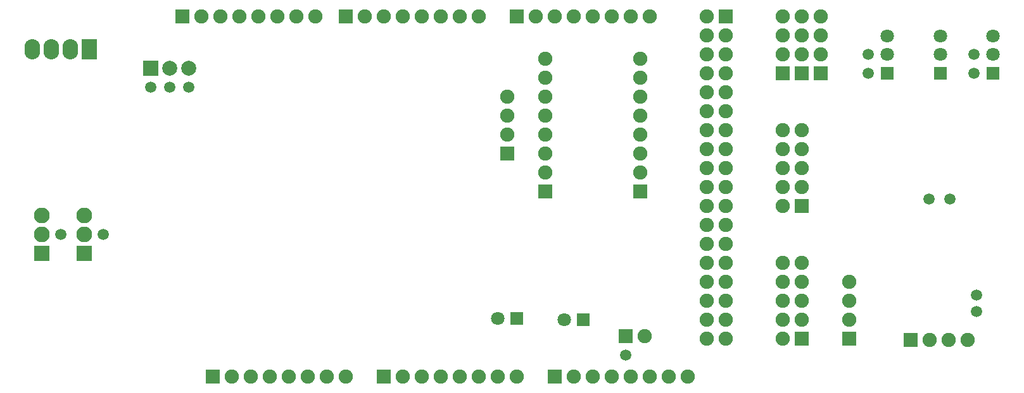
<source format=gbr>
G04 DipTrace 2.4.0.2*
%INBottomMask.gbr*%
%MOIN*%
%ADD36R,0.0709X0.0709*%
%ADD37C,0.0709*%
%ADD45R,0.0748X0.0748*%
%ADD46C,0.0748*%
%ADD50C,0.0591*%
%ADD85C,0.0828*%
%ADD86R,0.0828X0.0828*%
%ADD91O,0.0828X0.1064*%
%ADD93R,0.0828X0.1064*%
%ADD97C,0.0789*%
%ADD98R,0.0789X0.0789*%
%FSLAX44Y44*%
G04*
G70*
G90*
G75*
G01*
%LNBotMask*%
%LPD*%
D45*
X11000Y1000D3*
D46*
X12000D3*
X13000D3*
X14000D3*
X15000D3*
X16000D3*
X17000D3*
X18000D3*
D45*
X9400Y20000D3*
D46*
X10400D3*
X11400D3*
X12400D3*
X13400D3*
X14400D3*
X15400D3*
X16400D3*
D45*
X38000D3*
D46*
X37000D3*
X38000Y19000D3*
X37000D3*
X38000Y18000D3*
X37000D3*
X38000Y17000D3*
X37000D3*
X38000Y16000D3*
X37000D3*
X38000Y15000D3*
X37000D3*
X38000Y14000D3*
X37000D3*
X38000Y13000D3*
X37000D3*
X38000Y12000D3*
X37000D3*
X38000Y11000D3*
X37000D3*
X38000Y10000D3*
X37000D3*
X38000Y9000D3*
X37000D3*
X38000Y8000D3*
X37000D3*
X38000Y7000D3*
X37000D3*
X38000Y6000D3*
X37000D3*
X38000Y5000D3*
X37000D3*
X38000Y4000D3*
X37000D3*
X38000Y3000D3*
X37000D3*
D45*
X20000Y1000D3*
D46*
X21000D3*
X22000D3*
X23000D3*
X24000D3*
X25000D3*
X26000D3*
X27000D3*
D45*
X18000Y20000D3*
D46*
X19000D3*
X20000D3*
X21000D3*
X22000D3*
X23000D3*
X24000D3*
X25000D3*
D45*
X42000Y10000D3*
D46*
X41000D3*
X42000Y11000D3*
X41000D3*
X42000Y12000D3*
X41000D3*
X42000Y13000D3*
X41000D3*
X42000Y14000D3*
X41000D3*
D45*
X29000Y1000D3*
D46*
X30000D3*
X31000D3*
X32000D3*
X33000D3*
X34000D3*
X35000D3*
X36000D3*
D45*
X27000Y20000D3*
D46*
X28000D3*
X29000D3*
X30000D3*
X31000D3*
X32000D3*
X33000D3*
X34000D3*
D45*
X42000Y3000D3*
D46*
X41000D3*
X42000Y4000D3*
X41000D3*
X42000Y5000D3*
X41000D3*
X42000Y6000D3*
X41000D3*
X42000Y7000D3*
X41000D3*
D45*
X44500Y3000D3*
D46*
Y4000D3*
Y5000D3*
Y6000D3*
D45*
X41000Y17000D3*
D46*
Y18000D3*
Y19000D3*
Y20000D3*
D45*
X42000Y17000D3*
D46*
Y18000D3*
Y19000D3*
Y20000D3*
D45*
X43000Y17000D3*
D46*
Y18000D3*
Y19000D3*
Y20000D3*
D98*
X7750Y17250D3*
D97*
X8750D3*
X9750D3*
D36*
X46500Y17000D3*
D37*
Y17984D3*
Y18969D3*
D36*
X52068Y17002D3*
D37*
Y17986D3*
Y18970D3*
D45*
X47750Y2937D3*
D46*
X48750D3*
X49750D3*
X50750D3*
D36*
X49318Y17002D3*
D37*
Y17986D3*
Y18970D3*
D45*
X26500Y12750D3*
D46*
Y13750D3*
Y14750D3*
Y15750D3*
D45*
X33500Y10750D3*
D46*
Y11750D3*
Y12750D3*
Y13750D3*
Y14750D3*
Y15750D3*
Y16750D3*
Y17750D3*
D45*
X28500Y10750D3*
D46*
Y11750D3*
Y12750D3*
Y13750D3*
Y14750D3*
Y15750D3*
Y16750D3*
Y17750D3*
D36*
X26995Y4055D3*
D37*
X26011D3*
D36*
X30503Y4000D3*
D37*
X29519D3*
D93*
X4500Y18250D3*
D91*
X3500D3*
X2500D3*
X1500D3*
D45*
X32750Y3125D3*
D46*
X33750D3*
D86*
X2000Y7500D3*
D85*
Y8500D3*
Y9500D3*
D86*
X4250Y7500D3*
D85*
Y8500D3*
Y9500D3*
D50*
X7750Y16250D3*
X8750D3*
X9750D3*
X51187Y5312D3*
X45500Y17000D3*
Y18000D3*
X51187Y4437D3*
X51068Y17002D3*
Y18002D3*
X48687Y10375D3*
X49812D3*
X3000Y8500D3*
X5250D3*
X32750Y2125D3*
M02*

</source>
